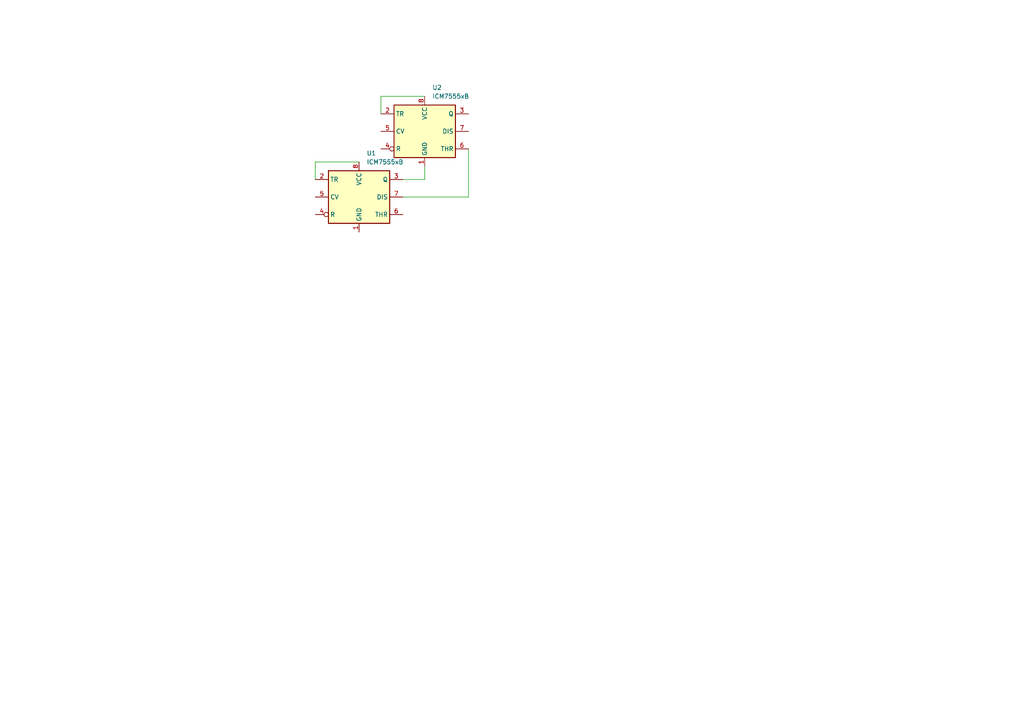
<source format=kicad_sch>
(kicad_sch (version 20231120) (generator "eeschema") (generator_version "8.0")
  (paper "A4")
  (lib_symbols
    (symbol "Timer:ICM7555xB"
      (property "Reference" "U" (at -10.16 8.89 0))
      (property "Value" "ICM7555xB" (at 2.54 8.89 0))
      (symbol "ICM7555xB_0_0"
        (pin power_in line (at 0 -10.16 90) (length 2.54) (name "GND") (number "1"))
        (pin power_in line (at 0 10.16 270) (length 2.54) (name "VCC") (number "8"))
      )
      (symbol "ICM7555xB_0_1"
        (rectangle (start -8.89 -7.62) (end 8.89 7.62) (stroke (width 0.254)) (fill (type background)))
        (rectangle (start -8.89 -7.62) (end 8.89 7.62) (stroke (width 0.254)) (fill (type background)))
      )
      (symbol "ICM7555xB_1_1"
        (pin input line (at -12.7 5.08 0) (length 3.81) (name "TR") (number "2"))
        (pin output line (at 12.7 5.08 180) (length 3.81) (name "Q") (number "3"))
        (pin input inverted (at -12.7 -5.08 0) (length 3.81) (name "R") (number "4"))
        (pin input line (at -12.7 0 0) (length 3.81) (name "CV") (number "5"))
        (pin input line (at 12.7 -5.08 180) (length 3.81) (name "THR") (number "6"))
        (pin input line (at 12.7 0 180) (length 3.81) (name "DIS") (number "7"))
      )
    )
  )
  (wire (pts (xy 104.14 46.99) (xy 91.44 46.99)))
  (wire (pts (xy 91.44 46.99) (xy 91.44 52.07)))
  (wire (pts (xy 123.19 48.26) (xy 123.19 52.07)))
  (wire (pts (xy 135.89 57.15) (xy 116.84 57.15)))
  (wire (pts (xy 123.19 52.07) (xy 116.84 52.07)))
  (wire (pts (xy 110.49 27.94) (xy 110.49 33.02)))
  (wire (pts (xy 135.89 43.18) (xy 135.89 57.15)))
  (wire (pts (xy 123.19 27.94) (xy 110.49 27.94)))
  (symbol (lib_id "Timer:ICM7555xB") (at 104.14 57.15 0) (unit 1)
    (property "Reference" "U1" (at 106.3341 44.45 0) (effects (justify left)))
    (property "Value" "ICM7555xB" (at 106.3341 46.99 0) (effects (justify left)))
    (property "Footprint" "Package_SO:SOIC-8_3.9x4.9mm_P1.27mm" (effects (hide yes)))
    (property "Datasheet" "http://www.intersil.com/content/dam/Intersil/documents/icm7/icm7555-56.pdf" (effects (hide yes)))
    (property "Description" "CMOS General Purpose Timer, 555 compatible, SOIC-8" (effects (hide yes)))
  )
  (symbol (lib_id "Timer:ICM7555xB") (at 123.19 38.1 0) (unit 1)
    (property "Reference" "U2" (at 125.3841 25.4 0) (effects (justify left)))
    (property "Value" "ICM7555xB" (at 125.3841 27.94 0) (effects (justify left)))
    (property "Footprint" "Package_SO:SOIC-8_3.9x4.9mm_P1.27mm" (effects (hide yes)))
    (property "Datasheet" "http://www.intersil.com/content/dam/Intersil/documents/icm7/icm7555-56.pdf" (effects (hide yes)))
    (property "Description" "CMOS General Purpose Timer, 555 compatible, SOIC-8" (effects (hide yes)))
  )
)
</source>
